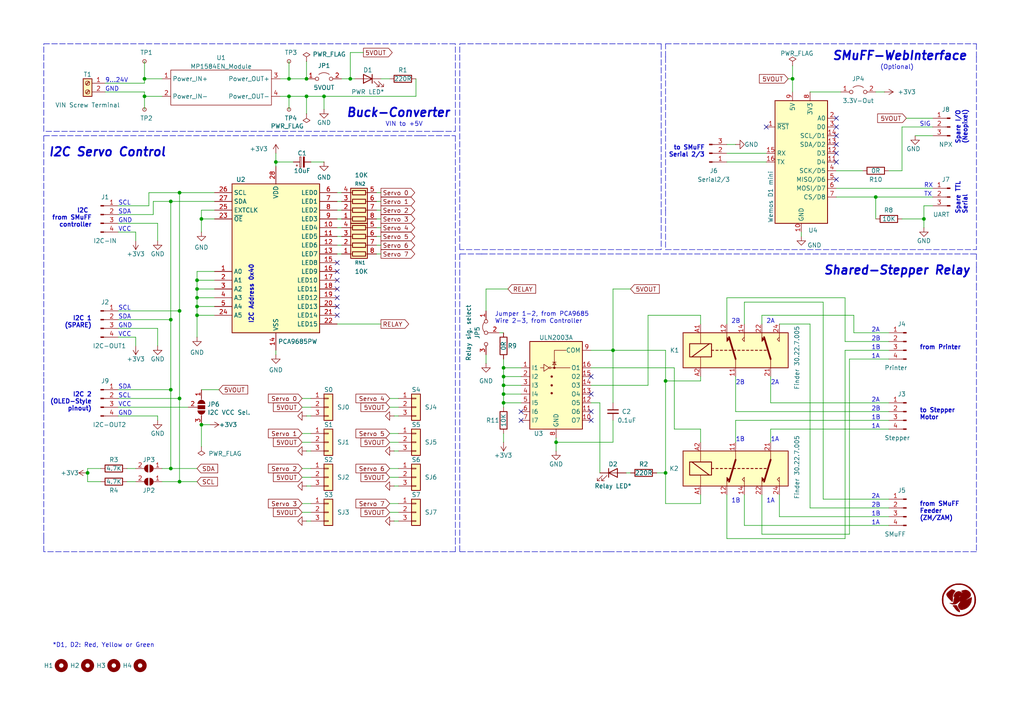
<source format=kicad_sch>
(kicad_sch (version 20231120) (generator "eeschema") (generator_version "8.0")
  (paper "A4")
  (title_block (title "SMuFF-Backbone Board") (date "2022-06-20") (rev "2") (company "Technik Gegg") (comment 1 "  I2C Servo Controller and SMuFF-WI (optional)") (comment 2 "  Shared-Stepper Relay,") (comment 3 "  Buck Converter,") (comment 4 "This PCB combines:"))
  (junction (at 193.04 110.49))
  (junction (at 52.07 115.57))
  (junction (at 267.97 63.5))
  (junction (at 41.91 22.86))
  (junction (at 52.07 90.17))
  (junction (at 49.53 58.42))
  (junction (at 193.04 137.16))
  (junction (at 93.98 27.94))
  (junction (at 57.15 88.9))
  (junction (at 146.05 106.68))
  (junction (at 49.53 92.71))
  (junction (at 80.01 46.99))
  (junction (at 57.15 91.44))
  (junction (at 146.05 111.76))
  (junction (at 146.05 114.3))
  (junction (at 88.9 22.86))
  (junction (at 25.4 137.16))
  (junction (at 88.9 27.94))
  (junction (at 57.15 86.36))
  (junction (at 254 57.15))
  (junction (at 83.82 22.86))
  (junction (at 161.29 128.27))
  (junction (at 177.8 101.6))
  (junction (at 41.91 27.94))
  (junction (at 58.42 63.5))
  (junction (at 101.6 22.86))
  (junction (at 83.82 27.94))
  (junction (at 229.87 22.86))
  (junction (at 49.53 113.03))
  (junction (at 57.15 81.28))
  (junction (at 146.05 116.84))
  (junction (at 146.05 109.22))
  (junction (at 52.07 55.88))
  (junction (at 58.42 123.19))
  (junction (at 52.07 139.7))
  (junction (at 49.53 135.89))
  (junction (at 57.15 83.82))
  (no_connect (at 242.57 46.99))
  (no_connect (at 97.79 91.44))
  (no_connect (at 242.57 39.37))
  (no_connect (at 242.57 41.91))
  (no_connect (at 171.45 109.22))
  (no_connect (at 171.45 119.38))
  (no_connect (at 171.45 121.92))
  (no_connect (at 171.45 114.3))
  (no_connect (at 242.57 36.83))
  (no_connect (at 242.57 52.07))
  (no_connect (at 242.57 44.45))
  (no_connect (at 222.25 36.83))
  (no_connect (at 97.79 76.2))
  (no_connect (at 97.79 78.74))
  (no_connect (at 97.79 81.28))
  (no_connect (at 97.79 83.82))
  (no_connect (at 97.79 86.36))
  (no_connect (at 97.79 88.9))
  (no_connect (at 242.57 34.29))
  (no_connect (at 151.13 121.92))
  (no_connect (at 151.13 119.38))
  (wire (pts (xy 41.91 27.94) (xy 41.91 31.75)))
  (wire (pts (xy 97.79 66.04) (xy 99.06 66.04)))
  (polyline (pts (xy 193.04 12.7) (xy 283.21 12.7)) (stroke (width 0) (type dash)))
  (wire (pts (xy 171.45 116.84) (xy 173.99 116.84)))
  (wire (pts (xy 114.3 120.65) (xy 115.57 120.65)))
  (wire (pts (xy 203.2 143.51) (xy 203.2 146.05)))
  (wire (pts (xy 49.53 58.42) (xy 44.45 58.42)))
  (wire (pts (xy 146.05 106.68) (xy 146.05 109.22)))
  (wire (pts (xy 44.45 62.23) (xy 34.29 62.23)))
  (wire (pts (xy 242.57 49.53) (xy 250.19 49.53)))
  (wire (pts (xy 177.8 101.6) (xy 177.8 116.84)))
  (wire (pts (xy 80.01 46.99) (xy 80.01 44.45)))
  (wire (pts (xy 58.42 113.03) (xy 63.5 113.03)))
  (wire (pts (xy 245.11 86.36) (xy 210.82 86.36)))
  (wire (pts (xy 41.91 22.86) (xy 46.99 22.86)))
  (wire (pts (xy 49.53 135.89) (xy 46.99 135.89)))
  (wire (pts (xy 114.3 140.97) (xy 115.57 140.97)))
  (polyline (pts (xy 283.21 12.7) (xy 283.21 16.51)) (stroke (width 0) (type dash)))
  (wire (pts (xy 87.63 128.27) (xy 90.17 128.27)))
  (wire (pts (xy 88.9 27.94) (xy 88.9 33.02)))
  (wire (pts (xy 88.9 120.65) (xy 90.17 120.65)))
  (wire (pts (xy 87.63 115.57) (xy 90.17 115.57)))
  (wire (pts (xy 146.05 114.3) (xy 146.05 116.84)))
  (polyline (pts (xy 133.35 73.66) (xy 133.35 160.02)) (stroke (width 0) (type dash)))
  (wire (pts (xy 187.96 111.76) (xy 187.96 91.44)))
  (wire (pts (xy 229.87 22.86) (xy 229.87 26.67)))
  (polyline (pts (xy 12.7 160.02) (xy 12.7 156.21)) (stroke (width 0) (type dash)))
  (wire (pts (xy 83.82 17.78) (xy 83.82 22.86)))
  (wire (pts (xy 113.03 138.43) (xy 115.57 138.43)))
  (polyline (pts (xy 132.08 39.37) (xy 132.08 156.21)) (stroke (width 0) (type dash)))
  (wire (pts (xy 58.42 123.19) (xy 60.96 123.19)))
  (wire (pts (xy 173.99 116.84) (xy 173.99 137.16)))
  (wire (pts (xy 83.82 27.94) (xy 83.82 31.75)))
  (wire (pts (xy 88.9 151.13) (xy 90.17 151.13)))
  (wire (pts (xy 215.9 87.63) (xy 215.9 93.98)))
  (wire (pts (xy 223.52 124.46) (xy 223.52 128.27)))
  (wire (pts (xy 226.06 149.86) (xy 226.06 143.51)))
  (wire (pts (xy 238.76 144.78) (xy 238.76 87.63)))
  (wire (pts (xy 62.23 78.74) (xy 57.15 78.74)))
  (wire (pts (xy 49.53 92.71) (xy 49.53 113.03)))
  (wire (pts (xy 29.21 139.7) (xy 25.4 139.7)))
  (wire (pts (xy 49.53 58.42) (xy 49.53 92.71)))
  (wire (pts (xy 177.8 83.82) (xy 177.8 101.6)))
  (wire (pts (xy 57.15 83.82) (xy 57.15 86.36)))
  (polyline (pts (xy 12.7 39.37) (xy 12.7 109.22)) (stroke (width 0) (type dash)))
  (wire (pts (xy 105.41 15.24) (xy 101.6 15.24)))
  (wire (pts (xy 213.36 121.92) (xy 213.36 128.27)))
  (wire (pts (xy 146.05 109.22) (xy 146.05 111.76)))
  (wire (pts (xy 34.29 90.17) (xy 52.07 90.17)))
  (wire (pts (xy 93.98 27.94) (xy 93.98 31.75)))
  (polyline (pts (xy 193.04 72.39) (xy 283.21 72.39)) (stroke (width 0) (type dash)))
  (polyline (pts (xy 12.7 156.21) (xy 12.7 118.11)) (stroke (width 0) (type dash)))
  (wire (pts (xy 265.43 39.37) (xy 270.51 39.37)))
  (wire (pts (xy 210.82 143.51) (xy 210.82 156.21)))
  (wire (pts (xy 140.97 83.82) (xy 140.97 90.17)))
  (wire (pts (xy 257.81 99.06) (xy 245.11 99.06)))
  (wire (pts (xy 257.81 152.4) (xy 215.9 152.4)))
  (wire (pts (xy 181.61 137.16) (xy 182.88 137.16)))
  (wire (pts (xy 257.81 104.14) (xy 246.38 104.14)))
  (wire (pts (xy 93.98 27.94) (xy 120.65 27.94)))
  (wire (pts (xy 113.03 146.05) (xy 115.57 146.05)))
  (wire (pts (xy 261.62 63.5) (xy 267.97 63.5)))
  (wire (pts (xy 57.15 86.36) (xy 62.23 86.36)))
  (polyline (pts (xy 132.08 160.02) (xy 12.7 160.02)) (stroke (width 0) (type dash)))
  (wire (pts (xy 193.04 110.49) (xy 193.04 137.16)))
  (wire (pts (xy 114.3 130.81) (xy 115.57 130.81)))
  (wire (pts (xy 220.98 154.94) (xy 220.98 143.51)))
  (polyline (pts (xy 133.35 160.02) (xy 139.7 160.02)) (stroke (width 0) (type dash)))
  (wire (pts (xy 81.28 22.86) (xy 83.82 22.86)))
  (wire (pts (xy 177.8 128.27) (xy 161.29 128.27)))
  (wire (pts (xy 30.48 26.67) (xy 41.91 26.67)))
  (wire (pts (xy 234.95 26.67) (xy 243.84 26.67)))
  (wire (pts (xy 97.79 73.66) (xy 99.06 73.66)))
  (wire (pts (xy 203.2 110.49) (xy 193.04 110.49)))
  (wire (pts (xy 254 26.67) (xy 256.54 26.67)))
  (wire (pts (xy 45.72 69.85) (xy 45.72 64.77)))
  (wire (pts (xy 146.05 111.76) (xy 146.05 114.3)))
  (wire (pts (xy 80.01 46.99) (xy 85.09 46.99)))
  (wire (pts (xy 97.79 55.88) (xy 99.06 55.88)))
  (wire (pts (xy 57.15 81.28) (xy 57.15 83.82)))
  (wire (pts (xy 242.57 54.61) (xy 270.51 54.61)))
  (wire (pts (xy 203.2 124.46) (xy 203.2 128.27)))
  (wire (pts (xy 146.05 125.73) (xy 146.05 128.27)))
  (wire (pts (xy 232.41 67.31) (xy 232.41 68.58)))
  (wire (pts (xy 58.42 63.5) (xy 58.42 67.31)))
  (wire (pts (xy 203.2 91.44) (xy 203.2 93.98)))
  (wire (pts (xy 45.72 120.65) (xy 45.72 121.92)))
  (wire (pts (xy 43.18 59.69) (xy 34.29 59.69)))
  (wire (pts (xy 34.29 113.03) (xy 49.53 113.03)))
  (wire (pts (xy 41.91 26.67) (xy 41.91 27.94)))
  (wire (pts (xy 57.15 86.36) (xy 57.15 88.9)))
  (wire (pts (xy 238.76 87.63) (xy 215.9 87.63)))
  (wire (pts (xy 171.45 106.68) (xy 195.58 106.68)))
  (polyline (pts (xy 132.08 12.7) (xy 127 12.7)) (stroke (width 0) (type dash)))
  (wire (pts (xy 210.82 156.21) (xy 245.11 156.21)))
  (wire (pts (xy 49.53 135.89) (xy 57.15 135.89)))
  (wire (pts (xy 195.58 106.68) (xy 195.58 124.46)))
  (wire (pts (xy 88.9 17.78) (xy 88.9 22.86)))
  (wire (pts (xy 90.17 46.99) (xy 93.98 46.99)))
  (wire (pts (xy 146.05 114.3) (xy 151.13 114.3)))
  (polyline (pts (xy 193.04 16.51) (xy 193.04 60.96)) (stroke (width 0) (type dash)))
  (wire (pts (xy 195.58 124.46) (xy 203.2 124.46)))
  (wire (pts (xy 257.81 144.78) (xy 238.76 144.78)))
  (polyline (pts (xy 132.08 156.21) (xy 132.08 160.02)) (stroke (width 0) (type dash)))
  (wire (pts (xy 87.63 146.05) (xy 90.17 146.05)))
  (wire (pts (xy 97.79 58.42) (xy 99.06 58.42)))
  (wire (pts (xy 177.8 101.6) (xy 193.04 101.6)))
  (wire (pts (xy 262.89 34.29) (xy 270.51 34.29)))
  (wire (pts (xy 223.52 124.46) (xy 257.81 124.46)))
  (wire (pts (xy 109.22 55.88) (xy 110.49 55.88)))
  (wire (pts (xy 39.37 67.31) (xy 39.37 69.85)))
  (wire (pts (xy 57.15 91.44) (xy 62.23 91.44)))
  (wire (pts (xy 97.79 60.96) (xy 99.06 60.96)))
  (wire (pts (xy 88.9 130.81) (xy 90.17 130.81)))
  (wire (pts (xy 52.07 139.7) (xy 57.15 139.7)))
  (wire (pts (xy 242.57 57.15) (xy 254 57.15)))
  (wire (pts (xy 34.29 92.71) (xy 49.53 92.71)))
  (wire (pts (xy 210.82 44.45) (xy 222.25 44.45)))
  (wire (pts (xy 81.28 27.94) (xy 83.82 27.94)))
  (wire (pts (xy 109.22 60.96) (xy 110.49 60.96)))
  (polyline (pts (xy 193.04 60.96) (xy 193.04 72.39)) (stroke (width 0) (type dash)))
  (wire (pts (xy 146.05 104.14) (xy 146.05 106.68)))
  (wire (pts (xy 62.23 55.88) (xy 52.07 55.88)))
  (wire (pts (xy 215.9 152.4) (xy 215.9 143.51)))
  (wire (pts (xy 257.81 147.32) (xy 234.95 147.32)))
  (wire (pts (xy 270.51 59.69) (xy 267.97 59.69)))
  (wire (pts (xy 234.95 147.32) (xy 234.95 93.98)))
  (wire (pts (xy 223.52 116.84) (xy 223.52 109.22)))
  (wire (pts (xy 113.03 148.59) (xy 115.57 148.59)))
  (wire (pts (xy 52.07 90.17) (xy 52.07 115.57)))
  (wire (pts (xy 44.45 58.42) (xy 44.45 62.23)))
  (wire (pts (xy 203.2 146.05) (xy 193.04 146.05)))
  (polyline (pts (xy 283.21 160.02) (xy 179.07 160.02)) (stroke (width 0) (type dash)))
  (polyline (pts (xy 283.21 73.66) (xy 283.21 77.47)) (stroke (width 0) (type dash)))
  (wire (pts (xy 109.22 58.42) (xy 110.49 58.42)))
  (polyline (pts (xy 176.53 160.02) (xy 179.07 160.02)) (stroke (width 0) (type dash)))
  (wire (pts (xy 109.22 66.04) (xy 110.49 66.04)))
  (polyline (pts (xy 12.7 118.11) (xy 12.7 109.22)) (stroke (width 0) (type dash)))
  (wire (pts (xy 58.42 60.96) (xy 58.42 63.5)))
  (wire (pts (xy 83.82 27.94) (xy 88.9 27.94)))
  (wire (pts (xy 88.9 140.97) (xy 90.17 140.97)))
  (wire (pts (xy 113.03 128.27) (xy 115.57 128.27)))
  (wire (pts (xy 62.23 88.9) (xy 57.15 88.9)))
  (wire (pts (xy 52.07 55.88) (xy 52.07 90.17)))
  (wire (pts (xy 87.63 118.11) (xy 90.17 118.11)))
  (wire (pts (xy 245.11 101.6) (xy 257.81 101.6)))
  (polyline (pts (xy 12.7 39.37) (xy 121.92 39.37)) (stroke (width 0) (type dash)))
  (wire (pts (xy 62.23 58.42) (xy 49.53 58.42)))
  (wire (pts (xy 87.63 148.59) (xy 90.17 148.59)))
  (wire (pts (xy 97.79 63.5) (xy 99.06 63.5)))
  (polyline (pts (xy 139.7 73.66) (xy 283.21 73.66)) (stroke (width 0) (type dash)))
  (wire (pts (xy 113.03 115.57) (xy 115.57 115.57)))
  (wire (pts (xy 267.97 63.5) (xy 267.97 66.04)))
  (wire (pts (xy 80.01 48.26) (xy 80.01 46.99)))
  (wire (pts (xy 161.29 127) (xy 161.29 128.27)))
  (wire (pts (xy 213.36 41.91) (xy 210.82 41.91)))
  (wire (pts (xy 49.53 113.03) (xy 49.53 135.89)))
  (wire (pts (xy 34.29 115.57) (xy 52.07 115.57)))
  (polyline (pts (xy 127 38.1) (xy 12.7 38.1)) (stroke (width 0) (type dash)))
  (wire (pts (xy 113.03 125.73) (xy 115.57 125.73)))
  (wire (pts (xy 101.6 15.24) (xy 101.6 22.86)))
  (wire (pts (xy 193.04 137.16) (xy 193.04 146.05)))
  (wire (pts (xy 113.03 118.11) (xy 115.57 118.11)))
  (wire (pts (xy 83.82 22.86) (xy 88.9 22.86)))
  (wire (pts (xy 88.9 27.94) (xy 93.98 27.94)))
  (wire (pts (xy 41.91 17.78) (xy 41.91 22.86)))
  (wire (pts (xy 257.81 119.38) (xy 213.36 119.38)))
  (polyline (pts (xy 191.77 72.39) (xy 133.35 72.39)) (stroke (width 0) (type dash)))
  (wire (pts (xy 109.22 63.5) (xy 110.49 63.5)))
  (wire (pts (xy 52.07 55.88) (xy 43.18 55.88)))
  (wire (pts (xy 190.5 137.16) (xy 193.04 137.16)))
  (wire (pts (xy 109.22 68.58) (xy 110.49 68.58)))
  (wire (pts (xy 58.42 123.19) (xy 58.42 129.54)))
  (wire (pts (xy 43.18 55.88) (xy 43.18 59.69)))
  (wire (pts (xy 246.38 104.14) (xy 246.38 154.94)))
  (polyline (pts (xy 191.77 12.7) (xy 191.77 72.39)) (stroke (width 0) (type dash)))
  (polyline (pts (xy 283.21 16.51) (xy 283.21 72.39)) (stroke (width 0) (type dash)))
  (wire (pts (xy 80.01 101.6) (xy 80.01 102.87)))
  (wire (pts (xy 57.15 78.74) (xy 57.15 81.28)))
  (wire (pts (xy 257.81 121.92) (xy 213.36 121.92)))
  (wire (pts (xy 267.97 59.69) (xy 267.97 63.5)))
  (wire (pts (xy 45.72 100.33) (xy 45.72 95.25)))
  (polyline (pts (xy 12.7 38.1) (xy 12.7 12.7)) (stroke (width 0) (type dash)))
  (polyline (pts (xy 176.53 160.02) (xy 139.7 160.02)) (stroke (width 0) (type dash)))
  (wire (pts (xy 58.42 63.5) (xy 62.23 63.5)))
  (wire (pts (xy 257.81 49.53) (xy 261.62 49.53)))
  (wire (pts (xy 146.05 116.84) (xy 146.05 118.11)))
  (wire (pts (xy 220.98 91.44) (xy 247.65 91.44)))
  (polyline (pts (xy 193.04 16.51) (xy 193.04 12.7)) (stroke (width 0) (type dash)))
  (wire (pts (xy 246.38 154.94) (xy 220.98 154.94)))
  (wire (pts (xy 62.23 60.96) (xy 58.42 60.96)))
  (wire (pts (xy 261.62 36.83) (xy 261.62 49.53)))
  (wire (pts (xy 87.63 135.89) (xy 90.17 135.89)))
  (polyline (pts (xy 133.35 12.7) (xy 191.77 12.7)) (stroke (width 0) (type dash)))
  (wire (pts (xy 257.81 116.84) (xy 223.52 116.84)))
  (wire (pts (xy 254 57.15) (xy 270.51 57.15)))
  (wire (pts (xy 140.97 83.82) (xy 147.32 83.82)))
  (wire (pts (xy 57.15 91.44) (xy 57.15 97.79)))
  (wire (pts (xy 39.37 135.89) (xy 36.83 135.89)))
  (wire (pts (xy 113.03 135.89) (xy 115.57 135.89)))
  (wire (pts (xy 213.36 119.38) (xy 213.36 109.22)))
  (wire (pts (xy 109.22 73.66) (xy 110.49 73.66)))
  (wire (pts (xy 25.4 137.16) (xy 25.4 139.7)))
  (wire (pts (xy 220.98 91.44) (xy 220.98 93.98)))
  (wire (pts (xy 87.63 138.43) (xy 90.17 138.43)))
  (polyline (pts (xy 127 38.1) (xy 132.08 38.1)) (stroke (width 0) (type dash)))
  (wire (pts (xy 97.79 93.98) (xy 110.49 93.98)))
  (wire (pts (xy 97.79 68.58) (xy 99.06 68.58)))
  (wire (pts (xy 52.07 115.57) (xy 52.07 139.7)))
  (wire (pts (xy 261.62 36.83) (xy 270.51 36.83)))
  (wire (pts (xy 120.65 22.86) (xy 120.65 27.94)))
  (wire (pts (xy 245.11 156.21) (xy 245.11 101.6)))
  (polyline (pts (xy 121.92 39.37) (xy 132.08 39.37)) (stroke (width 0) (type dash)))
  (wire (pts (xy 234.95 93.98) (xy 226.06 93.98)))
  (wire (pts (xy 29.21 135.89) (xy 25.4 135.89)))
  (wire (pts (xy 146.05 111.76) (xy 151.13 111.76)))
  (wire (pts (xy 110.49 22.86) (xy 113.03 22.86)))
  (wire (pts (xy 34.29 64.77) (xy 45.72 64.77)))
  (wire (pts (xy 39.37 100.33) (xy 39.37 97.79)))
  (wire (pts (xy 114.3 151.13) (xy 115.57 151.13)))
  (wire (pts (xy 39.37 139.7) (xy 36.83 139.7)))
  (wire (pts (xy 46.99 27.94) (xy 41.91 27.94)))
  (wire (pts (xy 177.8 83.82) (xy 182.88 83.82)))
  (polyline (pts (xy 139.7 73.66) (xy 133.35 73.66)) (stroke (width 0) (type dash)))
  (wire (pts (xy 101.6 22.86) (xy 102.87 22.86)))
  (wire (pts (xy 228.6 22.86) (xy 229.87 22.86)))
  (wire (pts (xy 247.65 91.44) (xy 247.65 96.52)))
  (wire (pts (xy 171.45 111.76) (xy 187.96 111.76)))
  (wire (pts (xy 146.05 109.22) (xy 151.13 109.22)))
  (wire (pts (xy 161.29 128.27) (xy 161.29 130.81)))
  (wire (pts (xy 254 57.15) (xy 254 63.5)))
  (wire (pts (xy 140.97 102.87) (xy 140.97 105.41)))
  (wire (pts (xy 203.2 109.22) (xy 203.2 110.49)))
  (polyline (pts (xy 283.21 82.55) (xy 283.21 160.02)) (stroke (width 0) (type dash)))
  (polyline (pts (xy 283.21 77.47) (xy 283.21 82.55)) (stroke (width 0) (type dash)))
  (wire (pts (xy 87.63 125.73) (xy 90.17 125.73)))
  (wire (pts (xy 193.04 101.6) (xy 193.04 110.49)))
  (wire (pts (xy 187.96 91.44) (xy 203.2 91.44)))
  (wire (pts (xy 57.15 88.9) (xy 57.15 91.44)))
  (wire (pts (xy 210.82 86.36) (xy 210.82 93.98)))
  (wire (pts (xy 41.91 24.13) (xy 41.91 22.86)))
  (wire (pts (xy 97.79 71.12) (xy 99.06 71.12)))
  (wire (pts (xy 52.07 139.7) (xy 46.99 139.7)))
  (wire (pts (xy 210.82 46.99) (xy 222.25 46.99)))
  (wire (pts (xy 57.15 83.82) (xy 62.23 83.82)))
  (wire (pts (xy 245.11 99.06) (xy 245.11 86.36)))
  (wire (pts (xy 99.06 22.86) (xy 101.6 22.86)))
  (wire (pts (xy 34.29 120.65) (xy 45.72 120.65)))
  (wire (pts (xy 109.22 71.12) (xy 110.49 71.12)))
  (wire (pts (xy 34.29 97.79) (xy 39.37 97.79)))
  (wire (pts (xy 146.05 116.84) (xy 151.13 116.84)))
  (wire (pts (xy 144.78 96.52) (xy 146.05 96.52)))
  (wire (pts (xy 171.45 101.6) (xy 177.8 101.6)))
  (wire (pts (xy 57.15 81.28) (xy 62.23 81.28)))
  (wire (pts (xy 30.48 24.13) (xy 41.91 24.13)))
  (wire (pts (xy 257.81 96.52) (xy 247.65 96.52)))
  (wire (pts (xy 146.05 106.68) (xy 151.13 106.68)))
  (wire (pts (xy 34.29 67.31) (xy 39.37 67.31)))
  (wire (pts (xy 229.87 19.05) (xy 229.87 22.86)))
  (polyline (pts (xy 132.08 38.1) (xy 132.08 12.7)) (stroke (width 0) (type dash)))
  (wire (pts (xy 257.81 149.86) (xy 226.06 149.86)))
  (wire (pts (xy 177.8 121.92) (xy 177.8 128.27)))
  (wire (pts (xy 25.4 135.89) (xy 25.4 137.16)))
  (wire (pts (xy 34.29 95.25) (xy 45.72 95.25)))
  (wire (pts (xy 34.29 118.11) (xy 54.61 118.11)))
  (polyline (pts (xy 133.35 72.39) (xy 133.35 12.7)) (stroke (width 0) (type dash)))
  (polyline (pts (xy 12.7 12.7) (xy 127 12.7)) (stroke (width 0) (type dash)))
  (text "SCL" (at 34.29 115.57 0) (effects (font (size 1.27 1.27)) (justify left bottom)))
  (text "GND" (at 30.48 26.67 0) (effects (font (size 1.27 1.27)) (justify left bottom)))
  (text "2A" (at 252.73 116.84 0) (effects (font (size 1.27 1.27)) (justify left bottom)))
  (text "GND" (at 34.29 120.65 0) (effects (font (size 1.27 1.27)) (justify left bottom)))
  (text "1B" (at 213.36 128.27 0) (effects (font (size 1.27 1.27)) (justify left bottom)))
  (text "SCL" (at 34.29 59.69 0) (effects (font (size 1.27 1.27)) (justify left bottom)))
  (text "I2C 2\n(OLED-Style\npinout)" (at 26.67 119.38 0) (effects (font (size 1.27 1.27) (thickness 0.254) (bold yes)) (justify right bottom)))
  (text "2B" (at 212.09 93.98 0) (effects (font (size 1.27 1.27)) (justify left bottom)))
  (text "9...24V" (at 30.48 24.13 0) (effects (font (size 1.27 1.27)) (justify left bottom)))
  (text "1B" (at 252.73 149.86 0) (effects (font (size 1.27 1.27)) (justify left bottom)))
  (text "2A" (at 252.73 144.78 0) (effects (font (size 1.27 1.27)) (justify left bottom)))
  (text "I2C \nfrom SMuFF\ncontroller" (at 26.67 66.04 0) (effects (font (size 1.27 1.27) (thickness 0.254) (bold yes)) (justify right bottom)))
  (text "Buck-Converter" (at 100.33 34.29 0) (effects (font (size 2.5 2.5) (thickness 0.5) (bold yes) (italic yes)) (justify left bottom)))
  (text "I2C 1\n(SPARE)" (at 26.67 95.25 0) (effects (font (size 1.27 1.27) (thickness 0.254) (bold yes)) (justify right bottom)))
  (text "Jumper 1-2, from PCA9685\nWire 2-3, from Controller" (at 143.51 93.98 0) (effects (font (size 1.27 1.27)) (justify left bottom)))
  (text "2A" (at 223.52 111.76 0) (effects (font (size 1.27 1.27)) (justify left bottom)))
  (text "2B" (at 213.36 111.76 0) (effects (font (size 1.27 1.27)) (justify left bottom)))
  (text "GND" (at 34.29 95.25 0) (effects (font (size 1.27 1.27)) (justify left bottom)))
  (text "to Stepper\nMotor" (at 266.7 121.92 0) (effects (font (size 1.27 1.27) (thickness 0.254) (bold yes)) (justify left bottom)))
  (text "to SMuFF\nSerial 2/3" (at 204.47 45.72 0) (effects (font (size 1.27 1.27) (thickness 0.254) (bold yes)) (justify right bottom)))
  (text "1B" (at 252.73 121.92 0) (effects (font (size 1.27 1.27)) (justify left bottom)))
  (text "VIN to +5V" (at 111.76 36.83 0) (effects (font (size 1.27 1.27)) (justify left bottom)))
  (text "1A" (at 252.73 152.4 0) (effects (font (size 1.27 1.27)) (justify left bottom)))
  (text "I2C Address 0x40" (at 73.66 93.98 90) (effects (font (size 1.27 1.27) (thickness 0.254) (bold yes)) (justify left bottom)))
  (text "(Optional)" (at 255.27 20.32 0) (effects (font (size 1.27 1.27)) (justify left bottom)))
  (text "2B" (at 252.73 99.06 0) (effects (font (size 1.27 1.27)) (justify left bottom)))
  (text "from SMuFF\nFeeder\n(ZM/ZAM)" (at 266.7 151.13 0) (effects (font (size 1.27 1.27) (thickness 0.254) (bold yes)) (justify left bottom)))
  (text "SMuFF-WebInterface" (at 241.3 17.78 0) (effects (font (size 2.5 2.5) (thickness 0.5) (bold yes) (italic yes)) (justify left bottom)))
  (text "1A" (at 252.73 124.46 0) (effects (font (size 1.27 1.27)) (justify left bottom)))
  (text "1A" (at 252.73 104.14 0) (effects (font (size 1.27 1.27)) (justify left bottom)))
  (text "2B" (at 252.73 147.32 0) (effects (font (size 1.27 1.27)) (justify left bottom)))
  (text "Spare TTL \nSerial" (at 280.67 62.23 90) (effects (font (size 1.27 1.27) (thickness 0.254) (bold yes)) (justify left bottom)))
  (text "1B" (at 252.73 101.6 0) (effects (font (size 1.27 1.27)) (justify left bottom)))
  (text "*D1, D2: Red, Yellow or Green" (at 15.24 187.96 0) (effects (font (size 1.27 1.27)) (justify left bottom)))
  (text "2A" (at 222.25 93.98 0) (effects (font (size 1.27 1.27)) (justify left bottom)))
  (text "SDA" (at 34.29 92.71 0) (effects (font (size 1.27 1.27)) (justify left bottom)))
  (text "SCL" (at 34.29 90.17 0) (effects (font (size 1.27 1.27)) (justify left bottom)))
  (text "TX" (at 267.97 57.15 0) (effects (font (size 1.27 1.27)) (justify left bottom)))
  (text "2B" (at 252.73 119.38 0) (effects (font (size 1.27 1.27)) (justify left bottom)))
  (text "1B" (at 212.09 146.05 0) (effects (font (size 1.27 1.27)) (justify left bottom)))
  (text "SIG" (at 266.7 36.83 0) (effects (font (size 1.27 1.27)) (justify left bottom)))
  (text "VCC" (at 34.29 118.11 0) (effects (font (size 1.27 1.27)) (justify left bottom)))
  (text "2A" (at 252.73 96.52 0) (effects (font (size 1.27 1.27)) (justify left bottom)))
  (text "SDA" (at 34.29 62.23 0) (effects (font (size 1.27 1.27)) (justify left bottom)))
  (text "Spare I/O\n(Neopixel)" (at 280.67 41.91 90) (effects (font (size 1.27 1.27) (thickness 0.254) (bold yes)) (justify left bottom)))
  (text "SDA" (at 34.29 113.03 0) (effects (font (size 1.27 1.27)) (justify left bottom)))
  (text "VCC" (at 34.29 97.79 0) (effects (font (size 1.27 1.27)) (justify left bottom)))
  (text "VCC" (at 34.29 67.31 0) (effects (font (size 1.27 1.27)) (justify left bottom)))
  (text "GND" (at 34.29 64.77 0) (effects (font (size 1.27 1.27)) (justify left bottom)))
  (text "1A" (at 222.25 146.05 0) (effects (font (size 1.27 1.27)) (justify left bottom)))
  (text "RX" (at 267.97 54.61 0) (effects (font (size 1.27 1.27)) (justify left bottom)))
  (text "Shared-Stepper Relay" (at 238.76 80.01 0) (effects (font (size 2.5 2.5) (thickness 0.5) (bold yes) (italic yes)) (justify left bottom)))
  (text "I2C Servo Control" (at 13.97 45.72 0) (effects (font (size 2.5 2.5) (thickness 0.5) (bold yes) (italic yes)) (justify left bottom)))
  (text "from Printer" (at 266.7 101.6 0) (effects (font (size 1.27 1.27) (thickness 0.254) (bold yes)) (justify left bottom)))
  (text "1A" (at 223.52 128.27 0) (effects (font (size 1.27 1.27)) (justify left bottom)))
  (global_label "Servo 6" (shape input) (at 113.03 135.89 180) (property "Intersheetrefs" "${INTERSHEET_REFS}" (effects (hide yes))))
  (global_label "Servo 4" (shape input) (at 113.03 115.57 180) (property "Intersheetrefs" "${INTERSHEET_REFS}" (effects (hide yes))))
  (global_label "Servo 0" (shape input) (at 87.63 115.57 180) (property "Intersheetrefs" "${INTERSHEET_REFS}" (effects (hide yes))))
  (global_label "5VOUT" (shape input) (at 113.03 118.11 180) (property "Intersheetrefs" "${INTERSHEET_REFS}" (effects (hide yes))))
  (global_label "5VOUT" (shape input) (at 87.63 118.11 180) (property "Intersheetrefs" "${INTERSHEET_REFS}" (effects (hide yes))))
  (global_label "5VOUT" (shape output) (at 105.41 15.24 0) (property "Intersheetrefs" "${INTERSHEET_REFS}" (effects (hide yes))))
  (global_label "SCL" (shape input) (at 57.15 139.7 0) (property "Intersheetrefs" "${INTERSHEET_REFS}" (effects (hide yes))))
  (global_label "Servo 6" (shape output) (at 110.49 71.12 0) (property "Intersheetrefs" "${INTERSHEET_REFS}" (effects (hide yes))))
  (global_label "RELAY" (shape output) (at 110.49 93.98 0) (property "Intersheetrefs" "${INTERSHEET_REFS}" (effects (hide yes))))
  (global_label "Servo 7" (shape output) (at 110.49 73.66 0) (property "Intersheetrefs" "${INTERSHEET_REFS}" (effects (hide yes))))
  (global_label "Servo 4" (shape output) (at 110.49 66.04 0) (property "Intersheetrefs" "${INTERSHEET_REFS}" (effects (hide yes))))
  (global_label "Servo 3" (shape output) (at 110.49 63.5 0) (property "Intersheetrefs" "${INTERSHEET_REFS}" (effects (hide yes))))
  (global_label "5VOUT" (shape input) (at 63.5 113.03 0) (property "Intersheetrefs" "${INTERSHEET_REFS}" (effects (hide yes))))
  (global_label "Servo 1" (shape output) (at 110.49 58.42 0) (property "Intersheetrefs" "${INTERSHEET_REFS}" (effects (hide yes))))
  (global_label "Servo 5" (shape output) (at 110.49 68.58 0) (property "Intersheetrefs" "${INTERSHEET_REFS}" (effects (hide yes))))
  (global_label "RELAY" (shape input) (at 147.32 83.82 0) (property "Intersheetrefs" "${INTERSHEET_REFS}" (effects (hide yes))))
  (global_label "Servo 3" (shape input) (at 87.63 146.05 180) (property "Intersheetrefs" "${INTERSHEET_REFS}" (effects (hide yes))))
  (global_label "5VOUT" (shape input) (at 87.63 138.43 180) (property "Intersheetrefs" "${INTERSHEET_REFS}" (effects (hide yes))))
  (global_label "Servo 2" (shape output) (at 110.49 60.96 0) (property "Intersheetrefs" "${INTERSHEET_REFS}" (effects (hide yes))))
  (global_label "5VOUT" (shape input) (at 182.88 83.82 0) (property "Intersheetrefs" "${INTERSHEET_REFS}" (effects (hide yes))))
  (global_label "Servo 7" (shape input) (at 113.03 146.05 180) (property "Intersheetrefs" "${INTERSHEET_REFS}" (effects (hide yes))))
  (global_label "Servo 1" (shape input) (at 87.63 125.73 180) (property "Intersheetrefs" "${INTERSHEET_REFS}" (effects (hide yes))))
  (global_label "Servo 5" (shape input) (at 113.03 125.73 180) (property "Intersheetrefs" "${INTERSHEET_REFS}" (effects (hide yes))))
  (global_label "SDA" (shape input) (at 57.15 135.89 0) (property "Intersheetrefs" "${INTERSHEET_REFS}" (effects (hide yes))))
  (global_label "5VOUT" (shape input) (at 113.03 138.43 180) (property "Intersheetrefs" "${INTERSHEET_REFS}" (effects (hide yes))))
  (global_label "5VOUT" (shape input) (at 113.03 148.59 180) (property "Intersheetrefs" "${INTERSHEET_REFS}" (effects (hide yes))))
  (global_label "Servo 0" (shape output) (at 110.49 55.88 0) (property "Intersheetrefs" "${INTERSHEET_REFS}" (effects (hide yes))))
  (global_label "Servo 2" (shape input) (at 87.63 135.89 180) (property "Intersheetrefs" "${INTERSHEET_REFS}" (effects (hide yes))))
  (global_label "5VOUT" (shape input) (at 262.89 34.29 180) (property "Intersheetrefs" "${INTERSHEET_REFS}" (effects (hide yes))))
  (global_label "5VOUT" (shape input) (at 228.6 22.86 180) (property "Intersheetrefs" "${INTERSHEET_REFS}" (effects (hide yes))))
  (global_label "5VOUT" (shape input) (at 87.63 128.27 180) (property "Intersheetrefs" "${INTERSHEET_REFS}" (effects (hide yes))))
  (global_label "5VOUT" (shape input) (at 87.63 148.59 180) (property "Intersheetrefs" "${INTERSHEET_REFS}" (effects (hide yes))))
  (global_label "5VOUT" (shape input) (at 113.03 128.27 180) (property "Intersheetrefs" "${INTERSHEET_REFS}" (effects (hide yes))))
  (symbol (lib_id "power:+3.3V") (at 39.37 100.33 180) (unit 1)
    (property "Reference" "#PWR04" (effects (hide yes)))
    (property "Value" "+3V3" (at 39.37 104.14 0))
    (property "Description" "Power symbol creates a global label with name \"+3.3V\"" (effects (hide yes)))
  )
  (symbol (lib_id "power:+3.3V") (at 146.05 128.27 180) (unit 1)
    (property "Reference" "#PWR012" (effects (hide yes)))
    (property "Value" "+3V3" (at 148.59 132.08 0) (effects (justify left)))
    (property "Description" "Power symbol creates a global label with name \"+3.3V\"" (effects (hide yes)))
  )
  (symbol (lib_id "Relay:FINDER-30.22") (at 213.36 135.89 0) (mirror x) (unit 1)
    (property "Reference" "K2" (at 196.85 135.89 0) (effects (justify right)))
    (property "Value" "Finder 30.22.7.005" (at 231.14 144.78 90) (effects (justify right)))
    (property "Footprint" "Relay_THT:Relay_DPDT_Finder_30.22" (effects (hide yes)))
    (property "Datasheet" "http://gfinder.findernet.com/assets/Series/354/S30EN.pdf" (effects (hide yes)))
  )
  (symbol (lib_id "power:PWR_FLAG") (at 88.9 33.02 180) (unit 1)
    (property "Reference" "#FLG01" (effects (hide yes)))
    (property "Value" "PWR_FLAG" (at 83.312 36.576 0))
    (property "Description" "Special symbol for telling ERC where power comes from" (effects (hide yes)))
  )
  (symbol (lib_id "Connector_Generic:Conn_01x03") (at 95.25 148.59 0) (unit 1)
    (property "Reference" "SJ3" (at 97.79 148.59 0) (effects (justify left)))
    (property "Value" "S3" (at 93.98 143.51 0) (effects (justify left)))
    (property "Footprint" "Connector_PinHeader_2.54mm:PinHeader_1x03_P2.54mm_Vertical" (effects (hide yes)))
  )
  (symbol (lib_id "power:PWR_FLAG") (at 58.42 129.54 180) (unit 1)
    (property "Reference" "#FLG07" (effects (hide yes)))
    (property "Value" "PWR_FLAG" (at 65.278 131.572 0))
    (property "Description" "Special symbol for telling ERC where power comes from" (effects (hide yes)))
  )
  (symbol (lib_id "power:GND") (at 161.29 130.81 0) (unit 1)
    (property "Reference" "#PWR034" (effects (hide yes)))
    (property "Value" "GND" (at 161.29 134.62 0))
    (property "Description" "Power symbol creates a global label with name \"GND\" , ground" (effects (hide yes)))
  )
  (symbol (lib_id "Connector_Generic:Conn_01x03") (at 120.65 118.11 0) (unit 1)
    (property "Reference" "SJ4" (at 123.19 118.11 0) (effects (justify left)))
    (property "Value" "S4" (at 119.38 113.03 0) (effects (justify left)))
    (property "Footprint" "Connector_PinHeader_2.54mm:PinHeader_1x03_P2.54mm_Vertical" (effects (hide yes)))
  )
  (symbol (lib_id "Device:LED") (at 106.68 22.86 0) (mirror y) (unit 1)
    (property "Reference" "D1" (at 106.68 20.32 0))
    (property "Value" "PWR LED*" (at 106.68 26.67 0))
    (property "Footprint" "LED_SMD:LED_1206_3216Metric" (effects (hide yes)))
  )
  (symbol (lib_id "Connector_Generic:Conn_01x03") (at 120.65 138.43 0) (unit 1)
    (property "Reference" "SJ6" (at 123.19 138.43 0) (effects (justify left)))
    (property "Value" "S6" (at 119.38 133.35 0) (effects (justify left)))
    (property "Footprint" "Connector_PinHeader_2.54mm:PinHeader_1x03_P2.54mm_Vertical" (effects (hide yes)))
  )
  (symbol (lib_id "Mechanical:MountingHole") (at 40.64 193.04 0) (unit 1)
    (property "Reference" "H4" (at 35.56 193.04 0) (effects (justify left)))
    (property "Value" "MountingHole" (effects (hide yes)))
    (property "Footprint" "MountingHole:MountingHole_3.2mm_M3" (effects (hide yes)))
  )
  (symbol (lib_id "Relay:FINDER-30.22") (at 213.36 101.6 0) (unit 1)
    (property "Reference" "K1" (at 194.31 101.6 0) (effects (justify left)))
    (property "Value" "Finder 30.22.7.005" (at 231.14 113.03 90) (effects (justify left)))
    (property "Footprint" "Relay_THT:Relay_DPDT_Finder_30.22" (effects (hide yes)))
    (property "Datasheet" "http://gfinder.findernet.com/assets/Series/354/S30EN.pdf" (effects (hide yes)))
  )
  (symbol (lib_id "Connector:Conn_01x03_Pin") (at 205.74 44.45 0) (mirror x) (unit 1)
    (property "Reference" "J6" (at 207.01 49.53 0))
    (property "Value" "Serial2/3" (at 207.01 52.07 0))
    (property "Footprint" "Connector_JST:JST_XH_B3B-XH-A_1x03_P2.50mm_Vertical" (effects (hide yes)))
    (property "Description" "Generic connector, single row, 01x03, script generated" (effects (hide yes)))
  )
  (symbol (lib_id "Connector_Generic:Conn_01x03") (at 95.25 138.43 0) (unit 1)
    (property "Reference" "SJ2" (at 97.79 138.43 0) (effects (justify left)))
    (property "Value" "S2" (at 93.98 133.35 0) (effects (justify left)))
    (property "Footprint" "Connector_PinHeader_2.54mm:PinHeader_1x03_P2.54mm_Vertical" (effects (hide yes)))
  )
  (symbol (lib_id "Mechanical:MountingHole") (at 17.78 193.04 0) (unit 1)
    (property "Reference" "H1" (at 12.7 193.04 0) (effects (justify left)))
    (property "Value" "MountingHole" (effects (hide yes)))
    (property "Footprint" "MountingHole:MountingHole_3.2mm_M3" (effects (hide yes)))
  )
  (symbol (lib_id "power:+3.3V") (at 256.54 26.67 270) (unit 1)
    (property "Reference" "#PWR055" (effects (hide yes)))
    (property "Value" "+3V3" (at 260.35 26.67 90) (effects (justify left)))
    (property "Description" "Power symbol creates a global label with name \"+3.3V\"" (effects (hide yes)))
  )
  (symbol (lib_id "Library:MP1584EN_Module") (at 53.34 31.75 0) (unit 1)
    (property "Reference" "U1" (at 64.135 16.7472 0))
    (property "Value" "MP1584EN_Module" (at 64.135 19.2841 0))
    (property "Footprint" "Libraries:MP1584EN_Module" (effects (hide yes)))
  )
  (symbol (lib_id "Device:C_Small") (at 177.8 119.38 0) (unit 1)
    (property "Reference" "C2" (at 180.34 119.38 0) (effects (justify left)))
    (property "Value" "0.1uF" (at 179.07 121.92 0) (effects (justify left)))
    (property "Footprint" "Capacitor_SMD:C_1206_3216Metric" (effects (hide yes)))
  )
  (symbol (lib_id "Mechanical:MountingHole") (at 25.4 193.04 0) (unit 1)
    (property "Reference" "H2" (at 20.32 193.04 0) (effects (justify left)))
    (property "Value" "MountingHole" (effects (hide yes)))
    (property "Footprint" "MountingHole:MountingHole_3.2mm_M3" (effects (hide yes)))
  )
  (symbol (lib_id "Device:R") (at 254 49.53 90) (unit 1)
    (property "Reference" "R10" (at 254 52.07 90))
    (property "Value" "0R" (at 254 49.53 90))
    (property "Footprint" "Resistor_SMD:R_0805_2012Metric" (effects (hide yes)))
  )
  (symbol (lib_id "Device:C_Polarized_Small") (at 87.63 46.99 90) (unit 1)
    (property "Reference" "C1" (at 87.63 44.45 90))
    (property "Value" "10uF" (at 87.63 49.53 90))
    (property "Footprint" "Capacitor_SMD:C_1206_3216Metric" (effects (hide yes)))
  )
  (symbol (lib_id "power:GND") (at 88.9 120.65 270) (unit 1)
    (property "Reference" "#PWR036" (effects (hide yes)))
    (property "Value" "GND" (effects (hide yes)))
    (property "Description" "Power symbol creates a global label with name \"GND\" , ground" (effects (hide yes)))
  )
  (symbol (lib_id "Device:R") (at 33.02 139.7 90) (mirror x) (unit 1)
    (property "Reference" "R4" (at 33.02 142.24 90))
    (property "Value" "4.7K" (at 33.02 139.7 90))
    (property "Footprint" "Resistor_SMD:R_0805_2012Metric" (effects (hide yes)))
  )
  (symbol (lib_id "Connector:Conn_01x03_Pin") (at 275.59 36.83 0) (mirror y) (unit 1)
    (property "Reference" "J8" (at 274.32 31.75 0))
    (property "Value" "NPX" (at 274.32 41.91 0))
    (property "Footprint" "Connector_JST:JST_XH_B3B-XH-A_1x03_P2.50mm_Vertical" (effects (hide yes)))
    (property "Description" "Generic connector, single row, 01x03, script generated" (effects (hide yes)))
  )
  (symbol (lib_id "power:GND") (at 232.41 68.58 0) (mirror y) (unit 1)
    (property "Reference" "#PWR013" (effects (hide yes)))
    (property "Value" "GND" (at 236.22 71.12 0))
    (property "Description" "Power symbol creates a global label with name \"GND\" , ground" (effects (hide yes)))
  )
  (symbol (lib_id "Connector_Generic:Conn_01x03") (at 95.25 118.11 0) (unit 1)
    (property "Reference" "SJ0" (at 97.79 118.11 0) (effects (justify left)))
    (property "Value" "S0" (at 93.98 113.03 0) (effects (justify left)))
    (property "Footprint" "Connector_PinHeader_2.54mm:PinHeader_1x03_P2.54mm_Vertical" (effects (hide yes)))
  )
  (symbol (lib_id "Jumper:SolderJumper_2_Open") (at 43.18 135.89 0) (mirror y) (unit 1)
    (property "Reference" "JP3" (at 43.18 133.35 0))
    (property "Value" "Jumper" (effects (hide yes)))
    (property "Footprint" "Jumper:SolderJumper-2_P1.3mm_Open_RoundedPad1.0x1.5mm" (effects (hide yes)))
  )
  (symbol (lib_id "Device:R") (at 146.05 100.33 0) (unit 1)
    (property "Reference" "R9" (at 148.59 100.33 0))
    (property "Value" "0R" (at 146.05 100.33 90))
    (property "Footprint" "Resistor_SMD:R_0805_2012Metric" (effects (hide yes)))
  )
  (symbol (lib_id "Library:LOGO") (at 278.13 173.99 0) (unit 1)
    (property "Reference" "#G1" (effects (hide yes)))
    (property "Value" "LOGO" (effects (hide yes)))
  )
  (symbol (lib_id "power:GND") (at 88.9 151.13 270) (unit 1)
    (property "Reference" "#PWR042" (effects (hide yes)))
    (property "Value" "GND" (effects (hide yes)))
    (property "Description" "Power symbol creates a global label with name \"GND\" , ground" (effects (hide yes)))
  )
  (symbol (lib_id "power:GND") (at 114.3 130.81 270) (unit 1)
    (property "Reference" "#PWR046" (effects (hide yes)))
    (property "Value" "GND" (effects (hide yes)))
    (property "Description" "Power symbol creates a global label with name \"GND\" , ground" (effects (hide yes)))
  )
  (symbol (lib_id "Device:LED") (at 177.8 137.16 0) (unit 1)
    (property "Reference" "D2" (at 177.8 134.62 0))
    (property "Value" "Relay LED*" (at 177.8 140.97 0))
    (property "Footprint" "LED_SMD:LED_1206_3216Metric" (effects (hide yes)))
  )
  (symbol (lib_id "Mechanical:MountingHole") (at 33.02 193.04 0) (unit 1)
    (property "Reference" "H3" (at 27.94 193.04 0) (effects (justify left)))
    (property "Value" "MountingHole" (effects (hide yes)))
    (property "Footprint" "MountingHole:MountingHole_3.2mm_M3" (effects (hide yes)))
  )
  (symbol (lib_id "Connector:Conn_01x04_Pin") (at 29.21 115.57 0) (unit 1)
    (property "Reference" "J9" (at 30.48 110.49 0))
    (property "Value" "I2C-OUT2" (at 31.75 123.19 0))
    (property "Footprint" "Connector_PinHeader_2.54mm:PinHeader_1x04_P2.54mm_Vertical" (effects (hide yes)))
    (property "Description" "Generic connector, single row, 01x04, script generated" (effects (hide yes)))
  )
  (symbol (lib_id "Connector:TestPoint_Small") (at 83.82 17.78 0) (unit 1)
    (property "Reference" "TP3" (at 82.55 15.24 0) (effects (justify left)))
    (property "Value" "SY8205-OUT+" (effects (hide yes)))
    (property "Footprint" "TestPoint:TestPoint_THTPad_1.5x1.5mm_Drill0.7mm" (effects (hide yes)))
  )
  (symbol (lib_id "Jumper:Jumper_2_Open") (at 93.98 22.86 0) (unit 1)
    (property "Reference" "JP1" (at 93.98 19.05 0))
    (property "Value" "5VOUT" (at 93.98 25.4 0))
    (property "Footprint" "Connector_PinHeader_2.54mm:PinHeader_1x02_P2.54mm_Vertical" (effects (hide yes)))
  )
  (symbol (lib_id "Connector:Conn_01x03_Pin") (at 275.59 57.15 0) (mirror y) (unit 1)
    (property "Reference" "J7" (at 274.32 52.07 0))
    (property "Value" "UART" (at 273.05 62.23 0))
    (property "Footprint" "Connector_JST:JST_XH_B3B-XH-A_1x03_P2.50mm_Vertical" (effects (hide yes)))
    (property "Description" "Generic connector, single row, 01x03, script generated" (effects (hide yes)))
  )
  (symbol (lib_id "Connector_Generic:Conn_01x03") (at 95.25 128.27 0) (unit 1)
    (property "Reference" "SJ1" (at 97.79 128.27 0) (effects (justify left)))
    (property "Value" "S1" (at 93.98 123.19 0) (effects (justify left)))
    (property "Footprint" "Connector_PinHeader_2.54mm:PinHeader_1x03_P2.54mm_Vertical" (effects (hide yes)))
  )
  (symbol (lib_id "Connector_Generic:Conn_01x03") (at 120.65 128.27 0) (unit 1)
    (property "Reference" "SJ5" (at 123.19 128.27 0) (effects (justify left)))
    (property "Value" "S5" (at 119.38 123.19 0) (effects (justify left)))
    (property "Footprint" "Connector_PinHeader_2.54mm:PinHeader_1x03_P2.54mm_Vertical" (effects (hide yes)))
  )
  (symbol (lib_id "Jumper:Jumper_2_Open") (at 248.92 26.67 0) (unit 1)
    (property "Reference" "JP4" (at 248.92 22.86 0))
    (property "Value" "3.3V-Out" (at 248.92 29.21 0))
    (property "Footprint" "Connector_PinHeader_2.54mm:PinHeader_1x02_P2.54mm_Vertical" (effects (hide yes)))
  )
  (symbol (lib_id "power:+3.3V") (at 80.01 44.45 0) (unit 1)
    (property "Reference" "#PWR017" (effects (hide yes)))
    (property "Value" "+3V3" (at 72.39 43.18 0) (effects (justify left)))
    (property "Description" "Power symbol creates a global label with name \"+3.3V\"" (effects (hide yes)))
  )
  (symbol (lib_id "power:+3.3V") (at 60.96 123.19 270) (unit 1)
    (property "Reference" "#PWR03" (effects (hide yes)))
    (property "Value" "+3V3" (at 63.5 123.19 90) (effects (justify left)))
    (property "Description" "Power symbol creates a global label with name \"+3.3V\"" (effects (hide yes)))
  )
  (symbol (lib_id "Connector:Conn_01x04_Pin") (at 262.89 99.06 0) (mirror y) (unit 1)
    (property "Reference" "J4" (at 260.35 93.98 0) (effects (justify right)))
    (property "Value" "Printer" (at 256.54 106.68 0) (effects (justify right)))
    (property "Footprint" "Connector_JST:JST_XH_B4B-XH-A_1x04_P2.50mm_Vertical" (effects (hide yes)))
    (property "Description" "Generic connector, single row, 01x04, script generated" (effects (hide yes)))
  )
  (symbol (lib_id "MCU_Module:WeMos_D1_mini") (at 232.41 46.99 0) (unit 1)
    (property "Reference" "U4" (at 234.4294 66.8004 0) (effects (justify left)))
    (property "Value" "Wemos D1 mini" (at 223.52 49.53 90) (effects (justify right)))
    (property "Footprint" "Module:WEMOS_D1_mini_light" (effects (hide yes)))
    (property "Datasheet" "https://wiki.wemos.cc/products:d1:d1_mini#documentation" (effects (hide yes)))
  )
  (symbol (lib_id "Connector:Conn_01x04_Pin") (at 29.21 62.23 0) (unit 1)
    (property "Reference" "J1" (at 30.48 57.15 0))
    (property "Value" "I2C-IN" (at 30.48 69.85 0))
    (property "Footprint" "Connector_JST:JST_XH_B4B-XH-A_1x04_P2.50mm_Vertical" (effects (hide yes)))
    (property "Description" "Generic connector, single row, 01x04, script generated" (effects (hide yes)))
  )
  (symbol (lib_id "Device:R") (at 33.02 135.89 90) (mirror x) (unit 1)
    (property "Reference" "R3" (at 33.02 133.35 90))
    (property "Value" "4.7K" (at 33.02 135.89 90))
    (property "Footprint" "Resistor_SMD:R_0805_2012Metric" (effects (hide yes)))
  )
  (symbol (lib_id "power:GND") (at 265.43 39.37 0) (mirror y) (unit 1)
    (property "Reference" "#PWR056" (effects (hide yes)))
    (property "Value" "GND" (at 262.89 43.18 0) (effects (justify right)))
    (property "Description" "Power symbol creates a global label with name \"GND\" , ground" (effects (hide yes)))
  )
  (symbol (lib_id "Device:R_Pack04") (at 104.14 68.58 270) (mirror x) (unit 1)
    (property "Reference" "RN2" (at 102.87 53.34 90) (effects (font (size 1 1)) (justify left)))
    (property "Value" "10K" (at 102.87 78.74 90) (effects (justify left)))
    (property "Footprint" "Resistor_SMD:R_Array_Convex_4x0603" (effects (hide yes)))
    (property "Description" "4 resistor network, parallel topology" (effects (hide yes)))
  )
  (symbol (lib_id "power:GND") (at 114.3 140.97 270) (unit 1)
    (property "Reference" "#PWR048" (effects (hide yes)))
    (property "Value" "GND" (effects (hide yes)))
    (property "Description" "Power symbol creates a global label with name \"GND\" , ground" (effects (hide yes)))
  )
  (symbol (lib_id "Jumper:Jumper_3_Bridged12") (at 140.97 96.52 90) (mirror x) (unit 1)
    (property "Reference" "JP5" (at 138.43 96.52 0))
    (property "Value" "Relay sig. select" (at 135.89 96.52 0))
    (property "Footprint" "Connector_PinHeader_2.54mm:PinHeader_1x03_P2.54mm_Vertical" (effects (hide yes)))
  )
  (symbol (lib_id "Device:R") (at 146.05 121.92 0) (unit 1)
    (property "Reference" "R11" (at 140.97 121.92 0) (effects (justify left)))
    (property "Value" "10K" (at 146.05 121.92 90))
    (property "Footprint" "Resistor_SMD:R_0805_2012Metric" (effects (hide yes)))
  )
  (symbol (lib_id "Connector:TestPoint_Small") (at 41.91 17.78 0) (unit 1)
    (property "Reference" "TP1" (at 40.64 15.24 0) (effects (justify left)))
    (property "Value" "SY8205-IN+" (effects (hide yes)))
    (property "Footprint" "TestPoint:TestPoint_THTPad_1.5x1.5mm_Drill0.7mm" (effects (hide yes)))
  )
  (symbol (lib_id "Jumper:SolderJumper_2_Open") (at 43.18 139.7 0) (mirror y) (unit 1)
    (property "Reference" "JP2" (at 43.18 142.24 0))
    (property "Value" "Jumper" (effects (hide yes)))
    (property "Footprint" "Jumper:SolderJumper-2_P1.3mm_Open_RoundedPad1.0x1.5mm" (effects (hide yes)))
  )
  (symbol (lib_id "power:PWR_FLAG") (at 229.87 19.05 0) (unit 1)
    (property "Reference" "#FLG06" (effects (hide yes)))
    (property "Value" "PWR_FLAG" (at 231.14 15.494 0))
    (property "Description" "Special symbol for telling ERC where power comes from" (effects (hide yes)))
  )
  (symbol (lib_id "Device:R") (at 116.84 22.86 90) (unit 1)
    (property "Reference" "R1" (at 116.84 20.32 90))
    (property "Value" "220R" (at 116.84 22.86 90))
    (property "Footprint" "Resistor_SMD:R_0805_2012Metric" (effects (hide yes)))
  )
  (symbol (lib_id "Transistor_Array:ULN2003A") (at 161.29 111.76 0) (unit 1)
    (property "Reference" "U3" (at 156.21 125.73 0))
    (property "Value" "ULN2003A" (at 161.29 97.8971 0))
    (property "Footprint" "Package_SO:SOIC-16_3.9x9.9mm_P1.27mm" (effects (hide yes)))
    (property "Datasheet" "http://www.ti.com/lit/ds/symlink/uln2003a.pdf" (effects (hide yes)))
  )
  (symbol (lib_id "power:GND") (at 57.15 97.79 0) (unit 1)
    (property "Reference" "#PWR09" (effects (hide yes)))
    (property "Value" "GND" (at 57.15 102.2334 0))
    (property "Description" "Power symbol creates a global label with name \"GND\" , ground" (effects (hide yes)))
  )
  (symbol (lib_id "Device:R") (at 257.81 63.5 90) (unit 1)
    (property "Reference" "R8" (at 259.08 60.96 90) (effects (justify left)))
    (property "Value" "10K" (at 257.81 63.5 90))
    (property "Footprint" "Resistor_SMD:R_0805_2012Metric" (effects (hide yes)))
  )
  (symbol (lib_id "power:GND") (at 114.3 151.13 270) (unit 1)
    (property "Reference" "#PWR050" (effects (hide yes)))
    (property "Value" "GND" (effects (hide yes)))
    (property "Description" "Power symbol creates a global label with name \"GND\" , ground" (effects (hide yes)))
  )
  (symbol (lib_id "power:+3.3V") (at 39.37 69.85 180) (unit 1)
    (property "Reference" "#PWR05" (effects (hide yes)))
    (property "Value" "+3V3" (at 39.37 73.66 0))
    (property "Description" "Power symbol creates a global label with name \"+3.3V\"" (effects (hide yes)))
  )
  (symbol (lib_id "Connector:TestPoint_Small") (at 83.82 31.75 0) (unit 1)
    (property "Reference" "TP4" (at 82.55 34.29 0) (effects (justify left)))
    (property "Value" "SY8205-OUT-" (effects (hide yes)))
    (property "Footprint" "TestPoint:TestPoint_THTPad_1.5x1.5mm_Drill0.7mm" (effects (hide yes)))
  )
  (symbol (lib_id "Connector:Conn_01x04_Pin") (at 262.89 147.32 0) (mirror y) (unit 1)
    (property "Reference" "J5" (at 260.35 142.24 0) (effects (justify right)))
    (property "Value" "SMuFF" (at 256.54 154.94 0) (effects (justify right)))
    (property "Footprint" "Connector_JST:JST_XH_B4B-XH-A_1x04_P2.50mm_Vertical" (effects (hide yes)))
    (property "Description" "Generic connector, single row, 01x04, script generated" (effects (hide yes)))
  )
  (symbol (lib_id "Connector_Generic:Conn_01x03") (at 120.65 148.59 0) (unit 1)
    (property "Reference" "SJ7" (at 123.19 148.59 0) (effects (justify left)))
    (property "Value" "S7" (at 119.38 143.51 0) (effects (justify left)))
    (property "Footprint" "Connector_PinHeader_2.54mm:PinHeader_1x03_P2.54mm_Vertical" (effects (hide yes)))
  )
  (symbol (lib_id "power:GND") (at 58.42 67.31 0) (unit 1)
    (property "Reference" "#PWR010" (effects (hide yes)))
    (property "Value" "GND" (at 58.42 71.7534 0))
    (property "Description" "Power symbol creates a global label with name \"GND\" , ground" (effects (hide yes)))
  )
  (symbol (lib_id "Connector:Screw_Terminal_01x02") (at 25.4 24.13 0) (mirror y) (unit 1)
    (property "Reference" "T1" (at 25.4 21.59 0))
    (property "Value" "VIN Screw Terminal" (at 25.4 30.48 0))
    (property "Footprint" "TerminalBlock:TerminalBlock_bornier-2_P5.08mm" (effects (hide yes)))
  )
  (symbol (lib_id "power:+3.3V") (at 25.4 137.16 90) (mirror x) (unit 1)
    (property "Reference" "#PWR030" (effects (hide yes)))
    (property "Value" "+3V3" (at 22.86 137.16 90) (effects (justify left)))
    (property "Description" "Power symbol creates a global label with name \"+3.3V\"" (effects (hide yes)))
  )
  (symbol (lib_id "Jumper:SolderJumper_3_Open") (at 58.42 118.11 270) (unit 1)
    (property "Reference" "JP6" (at 60.071 117.2753 90) (effects (justify left)))
    (property "Value" "I2C VCC Sel." (at 60.198 119.634 90) (effects (justify left)))
    (property "Footprint" "Jumper:SolderJumper-3_P1.3mm_Open_RoundedPad1.0x1.5mm" (effects (hide yes)))
  )
  (symbol (lib_id "power:GND") (at 93.98 46.99 0) (unit 1)
    (property "Reference" "#PWR023" (effects (hide yes)))
    (property "Value" "GND" (at 93.98 51.4334 0))
    (property "Description" "Power symbol creates a global label with name \"GND\" , ground" (effects (hide yes)))
  )
  (symbol (lib_id "power:GND") (at 45.72 69.85 0) (mirror y) (unit 1)
    (property "Reference" "#PWR07" (effects (hide yes)))
    (property "Value" "GND" (at 45.72 73.66 0))
    (property "Description" "Power symbol creates a global label with name \"GND\" , ground" (effects (hide yes)))
  )
  (symbol (lib_id "Device:R") (at 186.69 137.16 270) (unit 1)
    (property "Reference" "R2" (at 186.69 134.62 90))
    (property "Value" "220R" (at 186.69 137.16 90))
    (property "Footprint" "Resistor_SMD:R_0805_2012Metric" (effects (hide yes)))
  )
  (symbol (lib_id "power:GND") (at 88.9 140.97 270) (unit 1)
    (property "Reference" "#PWR040" (effects (hide yes)))
    (property "Value" "GND" (effects (hide yes)))
    (property "Description" "Power symbol creates a global label with name \"GND\" , ground" (effects (hide yes)))
  )
  (symbol (lib_id "power:GND") (at 140.97 105.41 0) (unit 1)
    (property "Reference" "#PWR0101" (effects (hide yes)))
    (property "Value" "GND" (at 140.97 110.49 0))
    (property "Description" "Power symbol creates a global label with name \"GND\" , ground" (effects (hide yes)))
  )
  (symbol (lib_id "power:GND") (at 213.36 41.91 90) (mirror x) (unit 1)
    (property "Reference" "#PWR053" (effects (hide yes)))
    (property "Value" "GND" (at 215.9 41.91 90) (effects (justify right)))
    (property "Description" "Power symbol creates a global label with name \"GND\" , ground" (effects (hide yes)))
  )
  (symbol (lib_id "power:GND") (at 93.98 31.75 0) (unit 1)
    (property "Reference" "#PWR019" (effects (hide yes)))
    (property "Value" "GND" (at 93.98 35.56 0))
    (property "Description" "Power symbol creates a global label with name \"GND\" , ground" (effects (hide yes)))
  )
  (symbol (lib_id "Connector:Conn_01x04_Pin") (at 262.89 119.38 0) (mirror y) (unit 1)
    (property "Reference" "J3" (at 260.35 114.3 0) (effects (justify right)))
    (property "Value" "Stepper" (at 256.54 127 0) (effects (justify right)))
    (property "Footprint" "Connector_JST:JST_XH_B4B-XH-A_1x04_P2.50mm_Vertical" (effects (hide yes)))
    (property "Description" "Generic connector, single row, 01x04, script generated" (effects (hide yes)))
  )
  (symbol (lib_id "Connector:Conn_01x04_Pin") (at 29.21 92.71 0) (unit 1)
    (property "Reference" "J2" (at 30.48 87.63 0))
    (property "Value" "I2C-OUT1" (at 31.75 100.33 0))
    (property "Footprint" "Connector_PinHeader_2.54mm:PinHeader_1x04_P2.54mm_Vertical" (effects (hide yes)))
    (property "Description" "Generic connector, single row, 01x04, script generated" (effects (hide yes)))
  )
  (symbol (lib_id "power:PWR_FLAG") (at 88.9 17.78 0) (unit 1)
    (property "Reference" "#FLG03" (effects (hide yes)))
    (property "Value" "PWR_FLAG" (at 95.504 15.748 0))
    (property "Description" "Special symbol for telling ERC where power comes from" (effects (hide yes)))
  )
  (symbol (lib_id "power:GND") (at 267.97 66.04 0) (mirror y) (unit 1)
    (property "Reference" "#PWR058" (effects (hide yes)))
    (property "Value" "GND" (at 267.97 69.85 0))
    (property "Description" "Power symbol creates a global label with name \"GND\" , ground" (effects (hide yes)))
  )
  (symbol (lib_id "power:GND") (at 114.3 120.65 270) (unit 1)
    (property "Reference" "#PWR044" (effects (hide yes)))
    (property "Value" "GND" (effects (hide yes)))
    (property "Description" "Power symbol creates a global label with name \"GND\" , ground" (effects (hide yes)))
  )
  (symbol (lib_id "Driver_LED:PCA9685PW") (at 80.01 73.66 0) (unit 1)
    (property "Reference" "U2" (at 69.85 52.07 0))
    (property "Value" "PCA9685PW" (at 86.36 99.06 0))
    (property "Footprint" "Package_SO:TSSOP-28_4.4x9.7mm_P0.65mm" (effects (hide yes)))
    (property "Datasheet" "http://www.nxp.com/docs/en/data-sheet/PCA9685.pdf" (effects (hide yes)))
    (property "Description" "16-channel 12-bit PWM Fm+ I2C-bus LED controller RGBA TSSOP" (effects (hide yes)))
  )
  (symbol (lib_id "power:GND") (at 88.9 130.81 270) (unit 1)
    (property "Reference" "#PWR038" (effects (hide yes)))
    (property "Value" "GND" (effects (hide yes)))
    (property "Description" "Power symbol creates a global label with name \"GND\" , ground" (effects (hide yes)))
  )
  (symbol (lib_id "Device:R_Pack04") (at 104.14 58.42 270) (mirror x) (unit 1)
    (property "Reference" "RN1" (at 102.87 76.2 90) (effects (font (size 1 1)) (justify left)))
    (property "Value" "10K" (at 102.87 50.8 90) (effects (justify left)))
    (property "Footprint" "Resistor_SMD:R_Array_Convex_4x0603" (effects (hide yes)))
    (property "Description" "4 resistor network, parallel topology" (effects (hide yes)))
  )
  (symbol (lib_id "Connector:TestPoint_Small") (at 41.91 31.75 0) (unit 1)
    (property "Reference" "TP2" (at 40.64 34.29 0) (effects (justify left)))
    (property "Value" "SY8205-IN-" (effects (hide yes)))
    (property "Footprint" "TestPoint:TestPoint_THTPad_1.5x1.5mm_Drill0.7mm" (effects (hide yes)))
  )
  (symbol (lib_id "power:GND") (at 45.72 121.92 0) (mirror y) (unit 1)
    (property "Reference" "#PWR08" (effects (hide yes)))
    (property "Value" "GND" (at 45.72 125.73 0))
    (property "Description" "Power symbol creates a global label with name \"GND\" , ground" (effects (hide yes)))
  )
  (symbol (lib_id "power:GND") (at 80.01 102.87 0) (unit 1)
    (property "Reference" "#PWR0103" (effects (hide yes)))
    (property "Value" "GND" (at 80.01 107.3134 0))
    (property "Description" "Power symbol creates a global label with name \"GND\" , ground" (effects (hide yes)))
  )
  (symbol (lib_id "power:GND") (at 45.72 100.33 0) (mirror y) (unit 1)
    (property "Reference" "#PWR06" (effects (hide yes)))
    (property "Value" "GND" (at 45.72 104.14 0))
    (property "Description" "Power symbol creates a global label with name \"GND\" , ground" (effects (hide yes)))
  )
)
</source>
